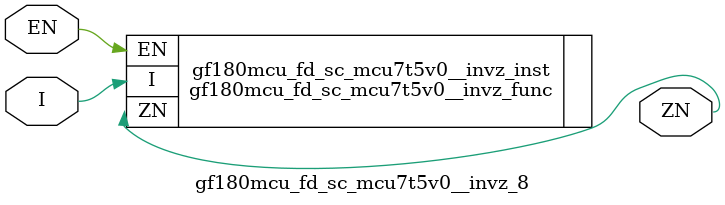
<source format=v>

`ifndef GF180MCU_FD_SC_MCU7T5V0__INVZ_8_V
`define GF180MCU_FD_SC_MCU7T5V0__INVZ_8_V

`include "gf180mcu_fd_sc_mcu7t5v0__invz_func.v"

`ifdef USE_POWER_PINS
module gf180mcu_fd_sc_mcu7t5v0__invz_8( EN, I, ZN, VDD, VSS );
inout VDD, VSS;
`else // If not USE_POWER_PINS
module gf180mcu_fd_sc_mcu7t5v0__invz_8( EN, I, ZN );
`endif // If not USE_POWER_PINS
input EN, I;
output ZN;

`ifdef USE_POWER_PINS
  gf180mcu_fd_sc_mcu7t5v0__invz_func gf180mcu_fd_sc_mcu7t5v0__invz_inst(.EN(EN),.I(I),.ZN(ZN),.VDD(VDD),.VSS(VSS));
`else // If not USE_POWER_PINS
  gf180mcu_fd_sc_mcu7t5v0__invz_func gf180mcu_fd_sc_mcu7t5v0__invz_inst(.EN(EN),.I(I),.ZN(ZN));
`endif // If not USE_POWER_PINS

`ifndef FUNCTIONAL
	// spec_gates_begin


	// spec_gates_end



   specify

	// specify_block_begin

	// comb arc EN --> ZN
	 (EN => ZN) = (1.0,1.0);

	// comb arc I --> ZN
	 (I => ZN) = (1.0,1.0);

	// specify_block_end

   endspecify

   `endif

endmodule
`endif // GF180MCU_FD_SC_MCU7T5V0__INVZ_8_V

</source>
